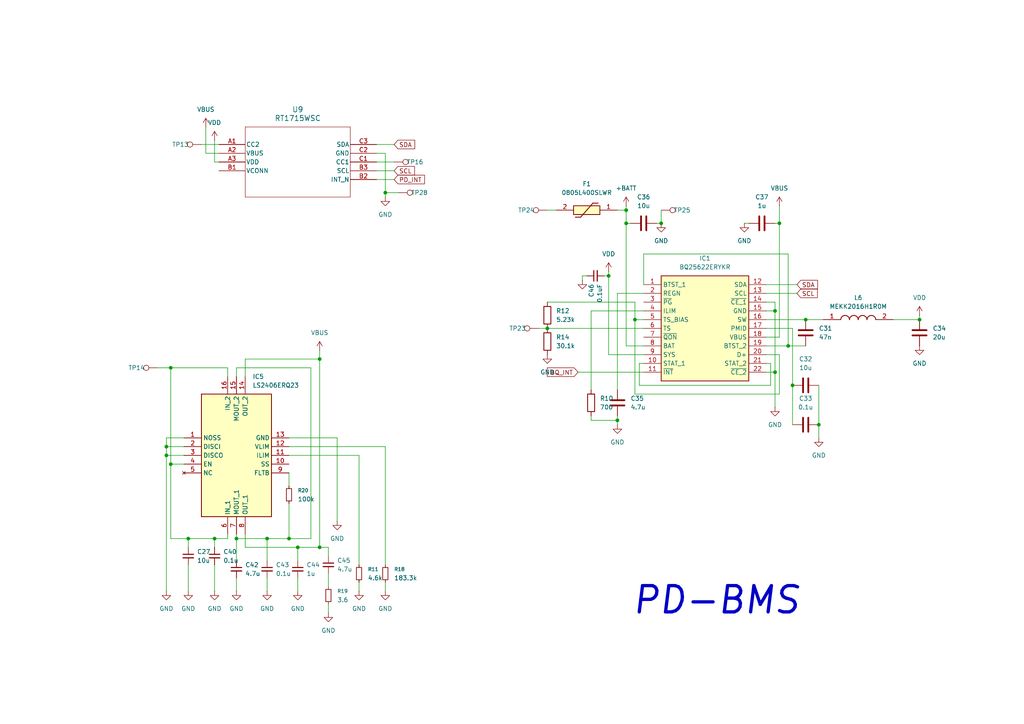
<source format=kicad_sch>
(kicad_sch (version 20250114) (generator "eeschema") (generator_version "9.0")
  (paper "A4")
  (lib_symbols
    (symbol "Connector:TestPoint" (pin_numbers (hide yes)) (pin_names (offset 0.762) (hide yes))
      (property "Reference" "TP" (at 0 6.858 0))
      (property "Value" "TestPoint" (at 0 5.08 0))
      (symbol "TestPoint_0_1"
        (circle (center 0 3.302) (radius 0.762))
      )
      (symbol "TestPoint_1_1"
        (pin passive line (at 0 0 90) (length 2.54) (name "1") (number "1"))
      )
    )
    (symbol "Device:C" (pin_numbers (hide yes)) (pin_names (offset 0.254))
      (property "Reference" "C" (at 0.635 2.54 0))
      (property "Value" "C" (at 0.635 -2.54 0))
      (symbol "C_0_1"
        (polyline (pts (xy -2.032 0.762) (xy 2.032 0.762)) (stroke (width 0.508)))
        (polyline (pts (xy -2.032 -0.762) (xy 2.032 -0.762)) (stroke (width 0.508)))
      )
      (symbol "C_1_1"
        (pin passive line (at 0 3.81 270) (length 2.794) (name "~") (number "1"))
        (pin passive line (at 0 -3.81 90) (length 2.794) (name "~") (number "2"))
      )
    )
    (symbol "Device:C_Small" (pin_numbers (hide yes)) (pin_names (offset 0.254) (hide yes))
      (property "Reference" "C" (at 0.254 1.778 0))
      (property "Value" "C_Small" (at 0.254 -2.032 0))
      (symbol "C_Small_0_1"
        (polyline (pts (xy -1.524 0.508) (xy 1.524 0.508)) (stroke (width 0.3048)))
        (polyline (pts (xy -1.524 -0.508) (xy 1.524 -0.508)) (stroke (width 0.3302)))
      )
      (symbol "C_Small_1_1"
        (pin passive line (at 0 2.54 270) (length 2.032) (name "~") (number "1"))
        (pin passive line (at 0 -2.54 90) (length 2.032) (name "~") (number "2"))
      )
    )
    (symbol "Device:R" (pin_numbers (hide yes)) (pin_names (offset 0))
      (property "Reference" "R" (at 2.032 0 90))
      (property "Value" "R" (at 0 0 90))
      (symbol "R_0_1"
        (rectangle (start -1.016 -2.54) (end 1.016 2.54) (stroke (width 0.254)))
      )
      (symbol "R_1_1"
        (pin passive line (at 0 3.81 270) (length 1.27) (name "~") (number "1"))
        (pin passive line (at 0 -3.81 90) (length 1.27) (name "~") (number "2"))
      )
    )
    (symbol "Device:R_Small" (pin_numbers (hide yes)) (pin_names (offset 0.254) (hide yes))
      (property "Reference" "R" (at 0 0 90))
      (property "Value" "R_Small" (at 1.778 0 90))
      (symbol "R_Small_0_1"
        (rectangle (start -0.762 1.778) (end 0.762 -1.778) (stroke (width 0.2032)))
      )
      (symbol "R_Small_1_1"
        (pin passive line (at 0 2.54 270) (length 0.762) (name "~") (number "1"))
        (pin passive line (at 0 -2.54 90) (length 0.762) (name "~") (number "2"))
      )
    )
    (symbol "RoseDaggerDev:RT1715WSC" (pin_names (offset 0.254))
      (property "Reference" "U" (at 22.86 10.16 0))
      (property "Value" "RT1715WSC" (at 22.86 7.62 0))
      (symbol "RT1715WSC_0_1"
        (polyline (pts (xy 7.62 5.08) (xy 7.62 -15.24)) (stroke (width 0.127)))
        (polyline (pts (xy 7.62 -15.24) (xy 38.1 -15.24)) (stroke (width 0.127)))
        (polyline (pts (xy 38.1 5.08) (xy 7.62 5.08)) (stroke (width 0.127)))
        (polyline (pts (xy 38.1 -15.24) (xy 38.1 5.08)) (stroke (width 0.127)))
        (pin bidirectional line (at 0 0 0) (length 7.62) (name "CC2") (number "A1"))
        (pin unspecified line (at 0 -2.54 0) (length 7.62) (name "VBUS") (number "A2"))
        (pin power_in line (at 0 -5.08 0) (length 7.62) (name "VDD") (number "A3"))
        (pin unspecified line (at 0 -7.62 0) (length 7.62) (name "VCONN") (number "B1"))
        (pin unspecified line (at 45.72 0 180) (length 7.62) (name "SDA") (number "C3"))
        (pin power_out line (at 45.72 -2.54 180) (length 7.62) (name "GND") (number "C2"))
        (pin bidirectional line (at 45.72 -5.08 180) (length 7.62) (name "CC1") (number "C1"))
        (pin unspecified line (at 45.72 -7.62 180) (length 7.62) (name "SCL") (number "B3"))
        (pin input line (at 45.72 -10.16 180) (length 7.62) (name "INT_N") (number "B2"))
      )
    )
    (symbol "SamacSys_Parts:0805L400SLWR" (pin_names (hide yes))
      (property "Reference" "F" (at 13.97 6.35 0))
      (property "Value" "0805L400SLWR" (at 13.97 3.81 0))
      (symbol "0805L400SLWR_1_1"
        (rectangle (start 5.08 1.27) (end 12.7 -1.27) (stroke (width 0.254)) (fill (type background)))
        (polyline (pts (xy 5.588 -2.032) (xy 7.112 -2.032)) (stroke (width 0.254)))
        (polyline (pts (xy 10.668 2.032) (xy 7.112 -2.032)) (stroke (width 0.254)))
        (polyline (pts (xy 10.668 2.032) (xy 12.192 2.032)) (stroke (width 0.254)))
        (pin passive line (at 0 0 0) (length 5.08) (name "1") (number "1"))
        (pin passive line (at 17.78 0 180) (length 5.08) (name "2") (number "2"))
      )
    )
    (symbol "SamacSys_Parts:BQ25622ERYKR"
      (property "Reference" "IC" (at 31.75 7.62 0))
      (property "Value" "BQ25622ERYKR" (at 31.75 5.08 0))
      (symbol "BQ25622ERYKR_1_1"
        (rectangle (start 5.08 2.54) (end 30.48 -27.94) (stroke (width 0.254)) (fill (type background)))
        (pin passive line (at 0 0 0) (length 5.08) (name "BTST_1") (number "1"))
        (pin passive line (at 0 -2.54 0) (length 5.08) (name "REGN") (number "2"))
        (pin passive line (at 0 -5.08 0) (length 5.08) (name "~{PG}") (number "3"))
        (pin passive line (at 0 -7.62 0) (length 5.08) (name "ILIM") (number "4"))
        (pin passive line (at 0 -10.16 0) (length 5.08) (name "TS_BIAS") (number "5"))
        (pin passive line (at 0 -12.7 0) (length 5.08) (name "TS") (number "6"))
        (pin passive line (at 0 -15.24 0) (length 5.08) (name "~{QON}") (number "7"))
        (pin passive line (at 0 -17.78 0) (length 5.08) (name "BAT") (number "8"))
        (pin passive line (at 0 -20.32 0) (length 5.08) (name "SYS") (number "9"))
        (pin passive line (at 0 -22.86 0) (length 5.08) (name "STAT_1") (number "10"))
        (pin passive line (at 0 -25.4 0) (length 5.08) (name "~{INT}") (number "11"))
        (pin passive line (at 35.56 0 180) (length 5.08) (name "SDA") (number "12"))
        (pin passive line (at 35.56 -2.54 180) (length 5.08) (name "SCL") (number "13"))
        (pin passive line (at 35.56 -5.08 180) (length 5.08) (name "~{CE_1}") (number "14"))
        (pin passive line (at 35.56 -7.62 180) (length 5.08) (name "GND") (number "15"))
        (pin passive line (at 35.56 -10.16 180) (length 5.08) (name "SW") (number "16"))
        (pin passive line (at 35.56 -12.7 180) (length 5.08) (name "PMID") (number "17"))
        (pin passive line (at 35.56 -15.24 180) (length 5.08) (name "VBUS") (number "18"))
        (pin passive line (at 35.56 -17.78 180) (length 5.08) (name "BTST_2") (number "19"))
        (pin passive line (at 35.56 -20.32 180) (length 5.08) (name "D+") (number "20"))
        (pin passive line (at 35.56 -22.86 180) (length 5.08) (name "STAT_2") (number "21"))
        (pin passive line (at 35.56 -25.4 180) (length 5.08) (name "~{CE_2}") (number "22"))
      )
    )
    (symbol "SamacSys_Parts:LS2406ERQ23"
      (property "Reference" "IC" (at 26.67 17.78 0))
      (property "Value" "LS2406ERQ23" (at 26.67 15.24 0))
      (symbol "LS2406ERQ23_1_1"
        (rectangle (start 5.08 12.7) (end 25.4 -22.86) (stroke (width 0.254)) (fill (type background)))
        (pin passive line (at 0 0 0) (length 5.08) (name "NOSS") (number "1"))
        (pin passive line (at 0 -2.54 0) (length 5.08) (name "DISCI") (number "2"))
        (pin passive line (at 0 -5.08 0) (length 5.08) (name "DISCO") (number "3"))
        (pin passive line (at 0 -7.62 0) (length 5.08) (name "EN") (number "4"))
        (pin no_connect line (at 0 -10.16 0) (length 5.08) (name "NC") (number "5"))
        (pin passive line (at 12.7 17.78 270) (length 5.08) (name "IN_2") (number "16"))
        (pin passive line (at 12.7 -27.94 90) (length 5.08) (name "IN_1") (number "6"))
        (pin passive line (at 15.24 17.78 270) (length 5.08) (name "MOUT_2") (number "15"))
        (pin passive line (at 15.24 -27.94 90) (length 5.08) (name "MOUT_1") (number "7"))
        (pin passive line (at 17.78 17.78 270) (length 5.08) (name "OUT_2") (number "14"))
        (pin passive line (at 17.78 -27.94 90) (length 5.08) (name "OUT_1") (number "8"))
        (pin passive line (at 30.48 0 180) (length 5.08) (name "GND") (number "13"))
        (pin passive line (at 30.48 -2.54 180) (length 5.08) (name "VLIM") (number "12"))
        (pin passive line (at 30.48 -5.08 180) (length 5.08) (name "ILIM") (number "11"))
        (pin passive line (at 30.48 -7.62 180) (length 5.08) (name "SS") (number "10"))
        (pin passive line (at 30.48 -10.16 180) (length 5.08) (name "FLTB") (number "9"))
      )
    )
    (symbol "SamacSys_Parts:MEKK2016H1R0M" (pin_names (hide yes))
      (property "Reference" "L" (at 16.51 6.35 0))
      (property "Value" "MEKK2016H1R0M" (at 16.51 3.81 0))
      (symbol "MEKK2016H1R0M_1_1"
        (arc (start 5.08 0) (mid 6.35 1.219) (end 7.62 0) (stroke (width 0.254)))
        (arc (start 7.62 0) (mid 8.89 1.219) (end 10.16 0) (stroke (width 0.254)))
        (arc (start 10.16 0) (mid 11.43 1.219) (end 12.7 0) (stroke (width 0.254)))
        (arc (start 12.7 0) (mid 13.97 1.219) (end 15.24 0) (stroke (width 0.254)))
        (pin passive line (at 0 0 0) (length 5.08) (name "1") (number "1"))
        (pin passive line (at 20.32 0 180) (length 5.08) (name "2") (number "2"))
      )
    )
    (symbol "power:+BATT" (power) (pin_numbers (hide yes)) (pin_names (offset 0) (hide yes))
      (property "Value" "+BATT" (at 0 3.556 0))
      (symbol "+BATT_0_1"
        (polyline (pts (xy -0.762 1.27) (xy 0 2.54)))
        (polyline (pts (xy 0 2.54) (xy 0.762 1.27)))
        (polyline (pts (xy 0 0) (xy 0 2.54)))
      )
      (symbol "+BATT_1_1"
        (pin power_in line (at 0 0 90) (length 0) (name "~") (number "1"))
      )
    )
    (symbol "power:GND" (power) (pin_numbers (hide yes)) (pin_names (offset 0) (hide yes))
      (property "Value" "GND" (at 0 -3.81 0))
      (symbol "GND_0_1"
        (polyline (pts (xy 0 0) (xy 0 -1.27) (xy 1.27 -1.27) (xy 0 -2.54) (xy -1.27 -1.27) (xy 0 -1.27)))
      )
      (symbol "GND_1_1"
        (pin power_in line (at 0 0 270) (length 0) (name "~") (number "1"))
      )
    )
    (symbol "power:VBUS" (power) (pin_numbers (hide yes)) (pin_names (offset 0) (hide yes))
      (property "Value" "VBUS" (at 0 3.556 0))
      (symbol "VBUS_0_1"
        (polyline (pts (xy -0.762 1.27) (xy 0 2.54)))
        (polyline (pts (xy 0 2.54) (xy 0.762 1.27)))
        (polyline (pts (xy 0 0) (xy 0 2.54)))
      )
      (symbol "VBUS_1_1"
        (pin power_in line (at 0 0 90) (length 0) (name "~") (number "1"))
      )
    )
    (symbol "power:VDD" (power) (pin_numbers (hide yes)) (pin_names (offset 0) (hide yes))
      (property "Value" "VDD" (at 0 3.556 0))
      (symbol "VDD_0_1"
        (polyline (pts (xy -0.762 1.27) (xy 0 2.54)))
        (polyline (pts (xy 0 2.54) (xy 0.762 1.27)))
        (polyline (pts (xy 0 0) (xy 0 2.54)))
      )
      (symbol "VDD_1_1"
        (pin power_in line (at 0 0 90) (length 0) (name "~") (number "1"))
      )
    )
  )
  (text "PD-BMS" (at 207.772 174.244 0) (effects (font (size 7.62 7.62) (thickness 0.9525) (italic yes))))
  (junction (at 49.53 134.62))
  (junction (at 179.07 121.92))
  (junction (at 233.68 92.71))
  (junction (at 49.53 106.68))
  (junction (at 224.79 90.17))
  (junction (at 62.23 156.21))
  (junction (at 54.61 156.21))
  (junction (at 92.71 158.75))
  (junction (at 86.36 158.75))
  (junction (at 48.26 129.54))
  (junction (at 158.75 95.25))
  (junction (at 191.77 64.77))
  (junction (at 181.61 60.96))
  (junction (at 83.82 156.21))
  (junction (at 48.26 132.08))
  (junction (at 266.7 92.71))
  (junction (at 184.15 92.71))
  (junction (at 111.76 55.88))
  (junction (at 68.58 156.21))
  (junction (at 77.47 156.21))
  (junction (at 226.06 64.77))
  (junction (at 228.6 100.33))
  (junction (at 176.53 80.01))
  (junction (at 92.71 104.14))
  (junction (at 237.49 123.19))
  (junction (at 224.79 107.95))
  (junction (at 229.87 111.76))
  (junction (at 181.61 64.77))
  (wire (pts (xy 83.82 129.54) (xy 111.76 129.54)))
  (wire (pts (xy 222.25 92.71) (xy 233.68 92.71)))
  (wire (pts (xy 226.06 59.69) (xy 226.06 64.77)))
  (wire (pts (xy 66.04 106.68) (xy 66.04 109.22)))
  (wire (pts (xy 156.21 95.25) (xy 158.75 95.25)))
  (wire (pts (xy 179.07 120.65) (xy 179.07 121.92)))
  (wire (pts (xy 83.82 137.16) (xy 83.82 140.97)))
  (wire (pts (xy 71.12 104.14) (xy 71.12 109.22)))
  (wire (pts (xy 104.14 132.08) (xy 104.14 163.83)))
  (wire (pts (xy 92.71 158.75) (xy 95.25 158.75)))
  (wire (pts (xy 109.22 44.45) (xy 111.76 44.45)))
  (wire (pts (xy 54.61 156.21) (xy 49.53 156.21)))
  (wire (pts (xy 48.26 127) (xy 48.26 129.54)))
  (wire (pts (xy 49.53 106.68) (xy 66.04 106.68)))
  (wire (pts (xy 68.58 156.21) (xy 68.58 162.56)))
  (wire (pts (xy 54.61 163.83) (xy 54.61 171.45)))
  (wire (pts (xy 109.22 46.99) (xy 114.3 46.99)))
  (wire (pts (xy 83.82 127) (xy 97.79 127)))
  (wire (pts (xy 77.47 167.64) (xy 77.47 171.45)))
  (wire (pts (xy 186.69 82.55) (xy 186.69 73.66)))
  (wire (pts (xy 111.76 168.91) (xy 111.76 171.45)))
  (wire (pts (xy 224.79 118.11) (xy 224.79 107.95)))
  (wire (pts (xy 95.25 166.37) (xy 95.25 170.18)))
  (wire (pts (xy 176.53 78.74) (xy 176.53 80.01)))
  (wire (pts (xy 86.36 158.75) (xy 92.71 158.75)))
  (wire (pts (xy 175.26 80.01) (xy 176.53 80.01)))
  (wire (pts (xy 226.06 102.87) (xy 226.06 114.3)))
  (wire (pts (xy 224.79 90.17) (xy 222.25 90.17)))
  (wire (pts (xy 181.61 59.69) (xy 181.61 60.96)))
  (wire (pts (xy 111.76 44.45) (xy 111.76 55.88)))
  (wire (pts (xy 49.53 106.68) (xy 49.53 134.62)))
  (wire (pts (xy 62.23 46.99) (xy 63.5 46.99)))
  (wire (pts (xy 222.25 107.95) (xy 224.79 107.95)))
  (wire (pts (xy 158.75 95.25) (xy 186.69 95.25)))
  (wire (pts (xy 186.69 73.66) (xy 228.6 73.66)))
  (wire (pts (xy 90.17 106.68) (xy 68.58 106.68)))
  (wire (pts (xy 68.58 156.21) (xy 77.47 156.21)))
  (wire (pts (xy 104.14 168.91) (xy 104.14 171.45)))
  (wire (pts (xy 86.36 162.56) (xy 86.36 158.75)))
  (wire (pts (xy 68.58 106.68) (xy 68.58 109.22)))
  (wire (pts (xy 237.49 123.19) (xy 237.49 127)))
  (wire (pts (xy 48.26 132.08) (xy 48.26 171.45)))
  (wire (pts (xy 62.23 163.83) (xy 62.23 171.45)))
  (wire (pts (xy 226.06 64.77) (xy 226.06 97.79)))
  (wire (pts (xy 222.25 87.63) (xy 224.79 87.63)))
  (wire (pts (xy 222.25 102.87) (xy 226.06 102.87)))
  (wire (pts (xy 68.58 167.64) (xy 68.58 171.45)))
  (wire (pts (xy 184.15 92.71) (xy 186.69 92.71)))
  (wire (pts (xy 95.25 175.26) (xy 95.25 177.8)))
  (wire (pts (xy 226.06 97.79) (xy 222.25 97.79)))
  (wire (pts (xy 237.49 111.76) (xy 237.49 123.19)))
  (wire (pts (xy 71.12 158.75) (xy 86.36 158.75)))
  (wire (pts (xy 181.61 60.96) (xy 181.61 64.77)))
  (wire (pts (xy 66.04 154.94) (xy 66.04 156.21)))
  (wire (pts (xy 59.69 36.83) (xy 59.69 44.45)))
  (wire (pts (xy 266.7 92.71) (xy 266.7 91.44)))
  (wire (pts (xy 111.76 129.54) (xy 111.76 163.83)))
  (wire (pts (xy 179.07 60.96) (xy 181.61 60.96)))
  (wire (pts (xy 111.76 55.88) (xy 111.76 57.15)))
  (wire (pts (xy 49.53 134.62) (xy 49.53 156.21)))
  (wire (pts (xy 185.42 105.41) (xy 185.42 111.76)))
  (wire (pts (xy 92.71 101.6) (xy 92.71 104.14)))
  (wire (pts (xy 90.17 156.21) (xy 90.17 106.68)))
  (wire (pts (xy 49.53 134.62) (xy 53.34 134.62)))
  (wire (pts (xy 226.06 114.3) (xy 184.15 114.3)))
  (wire (pts (xy 186.69 102.87) (xy 176.53 102.87)))
  (wire (pts (xy 168.91 81.28) (xy 168.91 80.01)))
  (wire (pts (xy 97.79 127) (xy 97.79 151.13)))
  (wire (pts (xy 171.45 90.17) (xy 171.45 113.03)))
  (wire (pts (xy 86.36 167.64) (xy 86.36 171.45)))
  (wire (pts (xy 62.23 40.64) (xy 62.23 46.99)))
  (wire (pts (xy 229.87 95.25) (xy 229.87 111.76)))
  (wire (pts (xy 224.79 107.95) (xy 224.79 90.17)))
  (wire (pts (xy 215.9 64.77) (xy 217.17 64.77)))
  (wire (pts (xy 171.45 121.92) (xy 179.07 121.92)))
  (wire (pts (xy 184.15 87.63) (xy 184.15 92.71)))
  (wire (pts (xy 228.6 100.33) (xy 233.68 100.33)))
  (wire (pts (xy 185.42 111.76) (xy 223.52 111.76)))
  (wire (pts (xy 83.82 156.21) (xy 90.17 156.21)))
  (wire (pts (xy 181.61 64.77) (xy 181.61 100.33)))
  (wire (pts (xy 54.61 158.75) (xy 54.61 156.21)))
  (wire (pts (xy 58.42 41.91) (xy 63.5 41.91)))
  (wire (pts (xy 83.82 146.05) (xy 83.82 156.21)))
  (wire (pts (xy 109.22 52.07) (xy 114.3 52.07)))
  (wire (pts (xy 223.52 105.41) (xy 222.25 105.41)))
  (wire (pts (xy 71.12 154.94) (xy 71.12 158.75)))
  (wire (pts (xy 158.75 60.96) (xy 161.29 60.96)))
  (wire (pts (xy 92.71 158.75) (xy 92.71 104.14)))
  (wire (pts (xy 53.34 127) (xy 48.26 127)))
  (wire (pts (xy 62.23 156.21) (xy 62.23 158.75)))
  (wire (pts (xy 68.58 154.94) (xy 68.58 156.21)))
  (wire (pts (xy 191.77 60.96) (xy 191.77 64.77)))
  (wire (pts (xy 168.91 80.01) (xy 170.18 80.01)))
  (wire (pts (xy 77.47 156.21) (xy 77.47 162.56)))
  (wire (pts (xy 92.71 104.14) (xy 71.12 104.14)))
  (wire (pts (xy 223.52 111.76) (xy 223.52 105.41)))
  (wire (pts (xy 54.61 156.21) (xy 62.23 156.21)))
  (wire (pts (xy 182.88 64.77) (xy 181.61 64.77)))
  (wire (pts (xy 191.77 64.77) (xy 190.5 64.77)))
  (wire (pts (xy 48.26 132.08) (xy 53.34 132.08)))
  (wire (pts (xy 59.69 44.45) (xy 63.5 44.45)))
  (wire (pts (xy 95.25 161.29) (xy 95.25 158.75)))
  (wire (pts (xy 179.07 85.09) (xy 179.07 113.03)))
  (wire (pts (xy 222.25 82.55) (xy 231.14 82.55)))
  (wire (pts (xy 176.53 80.01) (xy 176.53 102.87)))
  (wire (pts (xy 45.72 106.68) (xy 49.53 106.68)))
  (wire (pts (xy 48.26 129.54) (xy 53.34 129.54)))
  (wire (pts (xy 229.87 111.76) (xy 229.87 123.19)))
  (wire (pts (xy 186.69 100.33) (xy 181.61 100.33)))
  (wire (pts (xy 228.6 73.66) (xy 228.6 100.33)))
  (wire (pts (xy 109.22 41.91) (xy 114.3 41.91)))
  (wire (pts (xy 111.76 55.88) (xy 115.57 55.88)))
  (wire (pts (xy 186.69 85.09) (xy 179.07 85.09)))
  (wire (pts (xy 222.25 100.33) (xy 228.6 100.33)))
  (wire (pts (xy 224.79 64.77) (xy 226.06 64.77)))
  (wire (pts (xy 233.68 92.71) (xy 238.76 92.71)))
  (wire (pts (xy 66.04 156.21) (xy 62.23 156.21)))
  (wire (pts (xy 83.82 132.08) (xy 104.14 132.08)))
  (wire (pts (xy 179.07 121.92) (xy 179.07 123.19)))
  (wire (pts (xy 222.25 95.25) (xy 229.87 95.25)))
  (wire (pts (xy 222.25 85.09) (xy 231.14 85.09)))
  (wire (pts (xy 171.45 120.65) (xy 171.45 121.92)))
  (wire (pts (xy 259.08 92.71) (xy 266.7 92.71)))
  (wire (pts (xy 48.26 129.54) (xy 48.26 132.08)))
  (wire (pts (xy 184.15 92.71) (xy 184.15 114.3)))
  (wire (pts (xy 186.69 105.41) (xy 185.42 105.41)))
  (wire (pts (xy 109.22 49.53) (xy 114.3 49.53)))
  (wire (pts (xy 224.79 87.63) (xy 224.79 90.17)))
  (wire (pts (xy 186.69 90.17) (xy 171.45 90.17)))
  (wire (pts (xy 167.64 107.95) (xy 186.69 107.95)))
  (wire (pts (xy 158.75 87.63) (xy 184.15 87.63)))
  (wire (pts (xy 77.47 156.21) (xy 83.82 156.21)))
  (global_label "BQ_INT" (shape input) (at 167.64 107.95 180) (property "Intersheetrefs" "${INTERSHEET_REFS}" (effects (hide yes))))
  (global_label "SDA" (shape input) (at 114.3 41.91 0) (property "Intersheetrefs" "${INTERSHEET_REFS}" (effects (hide yes))))
  (global_label "SCL" (shape input) (at 231.14 85.09 0) (property "Intersheetrefs" "${INTERSHEET_REFS}" (effects (hide yes))))
  (global_label "SCL" (shape input) (at 114.3 49.53 0) (property "Intersheetrefs" "${INTERSHEET_REFS}" (effects (hide yes))))
  (global_label "PD_INT" (shape input) (at 114.3 52.07 0) (property "Intersheetrefs" "${INTERSHEET_REFS}" (effects (hide yes))))
  (global_label "SDA" (shape input) (at 231.14 82.55 0) (property "Intersheetrefs" "${INTERSHEET_REFS}" (effects (hide yes))))
  (symbol (lib_id "Connector:TestPoint") (at 45.72 106.68 90) (unit 1)
    (property "Reference" "TP14" (at 39.624 106.68 90))
    (property "Value" "VBUS" (effects (hide yes)))
    (property "Footprint" "project-footprints:TestPoint_Pad_3x1.0mm" (effects (hide yes)))
  )
  (symbol (lib_id "Device:R") (at 158.75 99.06 0) (unit 1)
    (property "Reference" "R14" (at 161.29 97.7899 0) (effects (justify left)))
    (property "Value" "30.1k" (at 161.29 100.3299 0) (effects (justify left)))
    (property "Footprint" "Resistor_SMD:R_0402_1005Metric" (effects (hide yes)))
    (property "Description" "Resistor" (effects (hide yes)))
  )
  (symbol (lib_id "Device:C") (at 233.68 96.52 0) (unit 1)
    (property "Reference" "C31" (at 237.49 95.2499 0) (effects (justify left)))
    (property "Value" "47n" (at 237.49 97.7899 0) (effects (justify left)))
    (property "Footprint" "Capacitor_SMD:C_0402_1005Metric" (effects (hide yes)))
    (property "Description" "Unpolarized capacitor" (effects (hide yes)))
  )
  (symbol (lib_id "Device:C") (at 233.68 123.19 90) (unit 1)
    (property "Reference" "C33" (at 233.68 115.57 90))
    (property "Value" "0.1u" (at 233.68 118.11 90))
    (property "Footprint" "Capacitor_SMD:C_0402_1005Metric" (effects (hide yes)))
    (property "Description" "Unpolarized capacitor" (effects (hide yes)))
  )
  (symbol (lib_id "Connector:TestPoint") (at 58.42 41.91 90) (unit 1)
    (property "Reference" "TP13" (at 52.324 41.91 90))
    (property "Value" "CC2" (effects (hide yes)))
    (property "Footprint" "TestPoint:TestPoint_Pad_D1.0mm" (effects (hide yes)))
  )
  (symbol (lib_id "SamacSys_Parts:LS2406ERQ23") (at 53.34 127 0) (unit 1)
    (property "Reference" "IC5" (at 73.2633 109.22 0) (effects (justify left)))
    (property "Value" "LS2406ERQ23" (at 73.2633 111.76 0) (effects (justify left)))
    (property "Footprint" "SamacSys_Parts:LS2406ERQ23" (effects (hide yes)))
    (property "Datasheet" "https://www.littelfuse.com/media?resourcetype=datasheets&itemid=9243fffc-f882-4c2c-9691-22b03ef6767c&filename=littelfuse-over-voltage-protection--ls2406erq23-datasheet" (effects (hide yes)))
    (property "Description" "Power Switch ICs - Power Distribution 28V/6A efuse with True RCB & FRS" (effects (hide yes)))
    (property "Height" "0.85" (effects (hide yes)))
    (property "Mouser Part Number" "576-LS2406ERQ23" (effects (hide yes)))
    (property "Mouser Price/Stock" "https://www.mouser.co.uk/ProductDetail/Littelfuse/LS2406ERQ23?qs=4ASt3YYao0UtfViT2DwMgw%3D%3D" (effects (hide yes)))
    (property "Manufacturer_Name" "LITTELFUSE" (effects (hide yes)))
    (property "Manufacturer_Part_Number" "LS2406ERQ23" (effects (hide yes)))
  )
  (symbol (lib_id "Device:C_Small") (at 77.47 165.1 0) (unit 1)
    (property "Reference" "C43" (at 80.01 163.8362 0) (effects (justify left)))
    (property "Value" "0.1u" (at 80.01 166.3762 0) (effects (justify left)))
    (property "Footprint" "Capacitor_SMD:C_0402_1005Metric" (effects (hide yes)))
    (property "Description" "Unpolarized capacitor, small symbol" (effects (hide yes)))
  )
  (symbol (lib_id "Device:C") (at 266.7 96.52 0) (unit 1)
    (property "Reference" "C34" (at 270.51 95.2499 0) (effects (justify left)))
    (property "Value" "20u" (at 270.51 97.7899 0) (effects (justify left)))
    (property "Footprint" "Capacitor_SMD:C_0402_1005Metric" (effects (hide yes)))
    (property "Description" "Unpolarized capacitor" (effects (hide yes)))
  )
  (symbol (lib_id "Device:R_Small") (at 111.76 166.37 0) (unit 1)
    (property "Reference" "R18" (at 114.3 165.0999 0) (effects (font (size 1.016 1.016)) (justify left)))
    (property "Value" "183.3k" (at 114.3 167.6399 0) (effects (justify left)))
    (property "Footprint" "Resistor_SMD:R_0402_1005Metric" (effects (hide yes)))
    (property "Description" "Resistor, small symbol" (effects (hide yes)))
  )
  (symbol (lib_id "RoseDaggerDev:RT1715WSC") (at 63.5 41.91 0) (unit 1)
    (property "Reference" "U9" (at 86.36 31.75 0) (effects (font (size 1.524 1.524))))
    (property "Value" "RT1715WSC" (at 86.36 34.29 0) (effects (font (size 1.524 1.524))))
    (property "Footprint" "RoseDaggerDev:BGA3X3_RT1715WSC_RIT" (effects (hide yes)))
    (property "Datasheet" "RT1715WSC" (effects (hide yes)))
  )
  (symbol (lib_id "Device:R_Small") (at 83.82 143.51 0) (unit 1)
    (property "Reference" "R20" (at 86.36 142.2399 0) (effects (font (size 1.016 1.016)) (justify left)))
    (property "Value" "100k" (at 86.36 144.7799 0) (effects (justify left)))
    (property "Footprint" "Resistor_SMD:R_0402_1005Metric" (effects (hide yes)))
    (property "Description" "Resistor, small symbol" (effects (hide yes)))
  )
  (symbol (lib_id "power:VDD") (at 62.23 40.64 0) (unit 1)
    (property "Reference" "#PWR048" (effects (hide yes)))
    (property "Value" "VDD" (at 62.23 35.56 0))
    (property "Description" "Power symbol creates a global label with name \"VDD\"" (effects (hide yes)))
  )
  (symbol (lib_id "Connector:TestPoint") (at 191.77 60.96 270) (unit 1)
    (property "Reference" "TP25" (at 197.866 60.96 90))
    (property "Value" "BAT-" (effects (hide yes)))
    (property "Footprint" "project-footprints:TestPoint_Pad_3x1.0mm" (effects (hide yes)))
  )
  (symbol (lib_id "power:GND") (at 224.79 118.11 0) (unit 1)
    (property "Reference" "#PWR061" (effects (hide yes)))
    (property "Value" "GND" (at 224.79 123.19 0))
    (property "Description" "Power symbol creates a global label with name \"GND\" , ground" (effects (hide yes)))
  )
  (symbol (lib_id "power:GND") (at 95.25 177.8 0) (unit 1)
    (property "Reference" "#PWR073" (effects (hide yes)))
    (property "Value" "GND" (at 95.25 182.88 0))
    (property "Description" "Power symbol creates a global label with name \"GND\" , ground" (effects (hide yes)))
  )
  (symbol (lib_id "power:GND") (at 266.7 100.33 0) (unit 1)
    (property "Reference" "#PWR058" (effects (hide yes)))
    (property "Value" "GND" (at 266.7 105.41 0))
    (property "Description" "Power symbol creates a global label with name \"GND\" , ground" (effects (hide yes)))
  )
  (symbol (lib_id "Device:R_Small") (at 95.25 172.72 0) (unit 1)
    (property "Reference" "R19" (at 97.79 171.4499 0) (effects (font (size 1.016 1.016)) (justify left)))
    (property "Value" "3.6" (at 97.79 173.9899 0) (effects (justify left)))
    (property "Footprint" "Resistor_SMD:R_0402_1005Metric" (effects (hide yes)))
    (property "Description" "Resistor, small symbol" (effects (hide yes)))
  )
  (symbol (lib_id "power:GND") (at 179.07 123.19 0) (unit 1)
    (property "Reference" "#PWR062" (effects (hide yes)))
    (property "Value" "GND" (at 179.07 128.27 0))
    (property "Description" "Power symbol creates a global label with name \"GND\" , ground" (effects (hide yes)))
  )
  (symbol (lib_id "Device:C_Small") (at 172.72 80.01 90) (mirror x) (unit 1)
    (property "Reference" "C46" (at 171.5141 82.3341 0) (effects (justify left)))
    (property "Value" "0.1uF" (at 173.9384 82.3341 0) (effects (justify left)))
    (property "Footprint" "Capacitor_SMD:C_0402_1005Metric" (effects (hide yes)))
    (property "Description" "Unpolarized capacitor, small symbol" (effects (hide yes)))
  )
  (symbol (lib_id "power:+BATT") (at 181.61 59.69 0) (unit 1)
    (property "Reference" "#PWR051" (effects (hide yes)))
    (property "Value" "+BATT" (at 181.61 54.61 0))
    (property "Description" "Power symbol creates a global label with name \"+BATT\"" (effects (hide yes)))
  )
  (symbol (lib_id "power:GND") (at 191.77 64.77 0) (unit 1)
    (property "Reference" "#PWR053" (effects (hide yes)))
    (property "Value" "GND" (at 191.77 69.85 0))
    (property "Description" "Power symbol creates a global label with name \"GND\" , ground" (effects (hide yes)))
  )
  (symbol (lib_id "power:GND") (at 111.76 57.15 0) (unit 1)
    (property "Reference" "#PWR049" (effects (hide yes)))
    (property "Value" "GND" (at 111.76 62.23 0))
    (property "Description" "Power symbol creates a global label with name \"GND\" , ground" (effects (hide yes)))
  )
  (symbol (lib_id "power:GND") (at 48.26 171.45 0) (unit 1)
    (property "Reference" "#PWR065" (effects (hide yes)))
    (property "Value" "GND" (at 48.26 176.53 0))
    (property "Description" "Power symbol creates a global label with name \"GND\" , ground" (effects (hide yes)))
  )
  (symbol (lib_id "power:VDD") (at 266.7 91.44 0) (unit 1)
    (property "Reference" "#PWR057" (effects (hide yes)))
    (property "Value" "VDD" (at 266.7 86.36 0))
    (property "Description" "Power symbol creates a global label with name \"VDD\"" (effects (hide yes)))
  )
  (symbol (lib_id "power:GND") (at 86.36 171.45 0) (unit 1)
    (property "Reference" "#PWR070" (effects (hide yes)))
    (property "Value" "GND" (at 86.36 176.53 0))
    (property "Description" "Power symbol creates a global label with name \"GND\" , ground" (effects (hide yes)))
  )
  (symbol (lib_id "power:GND") (at 54.61 171.45 0) (unit 1)
    (property "Reference" "#PWR066" (effects (hide yes)))
    (property "Value" "GND" (at 54.61 176.53 0))
    (property "Description" "Power symbol creates a global label with name \"GND\" , ground" (effects (hide yes)))
  )
  (symbol (lib_id "Device:R_Small") (at 104.14 166.37 0) (unit 1)
    (property "Reference" "R11" (at 106.68 165.0999 0) (effects (font (size 1.016 1.016)) (justify left)))
    (property "Value" "4.6k" (at 106.68 167.6399 0) (effects (justify left)))
    (property "Footprint" "Resistor_SMD:R_0402_1005Metric" (effects (hide yes)))
    (property "Description" "Resistor, small symbol" (effects (hide yes)))
  )
  (symbol (lib_id "power:GND") (at 168.91 81.28 0) (unit 1)
    (property "Reference" "#PWR056" (effects (hide yes)))
    (property "Value" "GND" (effects (hide yes)))
  )
  (symbol (lib_id "Device:C_Small") (at 62.23 161.29 0) (unit 1)
    (property "Reference" "C40" (at 64.77 160.0262 0) (effects (justify left)))
    (property "Value" "0.1u" (at 64.77 162.5662 0) (effects (justify left)))
    (property "Footprint" "Capacitor_SMD:C_0402_1005Metric" (effects (hide yes)))
    (property "Description" "Unpolarized capacitor, small symbol" (effects (hide yes)))
  )
  (symbol (lib_id "Device:C_Small") (at 86.36 165.1 0) (unit 1)
    (property "Reference" "C44" (at 88.9 163.8362 0) (effects (justify left)))
    (property "Value" "1u" (at 88.9 166.3762 0) (effects (justify left)))
    (property "Footprint" "Capacitor_SMD:C_0402_1005Metric" (effects (hide yes)))
    (property "Description" "Unpolarized capacitor, small symbol" (effects (hide yes)))
  )
  (symbol (lib_id "Device:C_Small") (at 68.58 165.1 0) (unit 1)
    (property "Reference" "C42" (at 71.12 163.8362 0) (effects (justify left)))
    (property "Value" "4.7u" (at 71.12 166.3762 0) (effects (justify left)))
    (property "Footprint" "Capacitor_SMD:C_0603_1608Metric" (effects (hide yes)))
    (property "Description" "Unpolarized capacitor, small symbol" (effects (hide yes)))
  )
  (symbol (lib_id "Device:R") (at 158.75 91.44 0) (unit 1)
    (property "Reference" "R12" (at 161.29 90.1699 0) (effects (justify left)))
    (property "Value" "5.23k" (at 161.29 92.7099 0) (effects (justify left)))
    (property "Footprint" "Resistor_SMD:R_0402_1005Metric" (effects (hide yes)))
    (property "Description" "Resistor" (effects (hide yes)))
  )
  (symbol (lib_id "Device:C") (at 179.07 116.84 0) (unit 1)
    (property "Reference" "C35" (at 182.88 115.5699 0) (effects (justify left)))
    (property "Value" "4.7u" (at 182.88 118.1099 0) (effects (justify left)))
    (property "Footprint" "Capacitor_SMD:C_0402_1005Metric" (effects (hide yes)))
    (property "Description" "Unpolarized capacitor" (effects (hide yes)))
  )
  (symbol (lib_id "Device:C") (at 220.98 64.77 90) (unit 1)
    (property "Reference" "C37" (at 220.98 57.15 90))
    (property "Value" "1u" (at 220.98 59.69 90))
    (property "Footprint" "Capacitor_SMD:C_0402_1005Metric" (effects (hide yes)))
    (property "Description" "Unpolarized capacitor" (effects (hide yes)))
  )
  (symbol (lib_id "power:GND") (at 111.76 171.45 0) (unit 1)
    (property "Reference" "#PWR072" (effects (hide yes)))
    (property "Value" "GND" (at 111.76 176.53 0))
    (property "Description" "Power symbol creates a global label with name \"GND\" , ground" (effects (hide yes)))
  )
  (symbol (lib_id "power:GND") (at 104.14 171.45 0) (unit 1)
    (property "Reference" "#PWR071" (effects (hide yes)))
    (property "Value" "GND" (at 104.14 176.53 0))
    (property "Description" "Power symbol creates a global label with name \"GND\" , ground" (effects (hide yes)))
  )
  (symbol (lib_id "power:GND") (at 97.79 151.13 0) (unit 1)
    (property "Reference" "#PWR064" (effects (hide yes)))
    (property "Value" "GND" (at 97.79 156.21 0))
    (property "Description" "Power symbol creates a global label with name \"GND\" , ground" (effects (hide yes)))
  )
  (symbol (lib_id "power:GND") (at 237.49 127 0) (unit 1)
    (property "Reference" "#PWR063" (effects (hide yes)))
    (property "Value" "GND" (at 237.49 132.08 0))
    (property "Description" "Power symbol creates a global label with name \"GND\" , ground" (effects (hide yes)))
  )
  (symbol (lib_id "power:GND") (at 77.47 171.45 0) (unit 1)
    (property "Reference" "#PWR069" (effects (hide yes)))
    (property "Value" "GND" (at 77.47 176.53 0))
    (property "Description" "Power symbol creates a global label with name \"GND\" , ground" (effects (hide yes)))
  )
  (symbol (lib_id "power:GND") (at 68.58 171.45 0) (unit 1)
    (property "Reference" "#PWR068" (effects (hide yes)))
    (property "Value" "GND" (at 68.58 176.53 0))
    (property "Description" "Power symbol creates a global label with name \"GND\" , ground" (effects (hide yes)))
  )
  (symbol (lib_id "power:VBUS") (at 59.69 36.83 0) (unit 1)
    (property "Reference" "#PWR047" (effects (hide yes)))
    (property "Value" "VBUS" (at 59.69 31.75 0))
    (property "Description" "Power symbol creates a global label with name \"VBUS\"" (effects (hide yes)))
  )
  (symbol (lib_id "Device:R") (at 171.45 116.84 0) (unit 1)
    (property "Reference" "R10" (at 173.99 115.5699 0) (effects (justify left)))
    (property "Value" "700" (at 173.99 118.1099 0) (effects (justify left)))
    (property "Footprint" "Resistor_SMD:R_0402_1005Metric" (effects (hide yes)))
    (property "Description" "Resistor" (effects (hide yes)))
  )
  (symbol (lib_id "SamacSys_Parts:BQ25622ERYKR") (at 186.69 82.55 0) (unit 1)
    (property "Reference" "IC1" (at 204.47 74.93 0))
    (property "Value" "BQ25622ERYKR" (at 204.47 77.47 0))
    (property "Footprint" "SamacSys_Parts:BQ25622ERYKR" (effects (hide yes)))
    (property "Datasheet" "https://www.ti.com/lit/ds/symlink/bq25622e.pdf?HQS=dis-mous-null-mousermode-dsf-pf-null-wwe" (effects (hide yes)))
    (property "Description" "Battery Management IC controlled one-cell 3-A buck battery charger with up to 18-V input, current limit, and ADC" (effects (hide yes)))
    (property "Height" "0.8" (effects (hide yes)))
    (property "Mouser Part Number" "595-BQ25622ERYKR" (effects (hide yes)))
    (property "Mouser Price/Stock" "https://www.mouser.co.uk/ProductDetail/Texas-Instruments/BQ25622ERYKR?qs=1Kr7Jg1SGW%2FNPi02DrLnNQ%3D%3D" (effects (hide yes)))
    (property "Manufacturer_Name" "Texas Instruments" (effects (hide yes)))
    (property "Manufacturer_Part_Number" "BQ25622ERYKR" (effects (hide yes)))
  )
  (symbol (lib_id "Device:C") (at 233.68 111.76 90) (unit 1)
    (property "Reference" "C32" (at 233.68 104.14 90))
    (property "Value" "10u" (at 233.68 106.68 90))
    (property "Footprint" "Capacitor_SMD:C_0402_1005Metric" (effects (hide yes)))
    (property "Description" "Unpolarized capacitor" (effects (hide yes)))
  )
  (symbol (lib_id "Device:C_Small") (at 95.25 163.83 0) (unit 1)
    (property "Reference" "C45" (at 97.79 162.5662 0) (effects (justify left)))
    (property "Value" "4.7u" (at 97.79 165.1062 0) (effects (justify left)))
    (property "Footprint" "Capacitor_SMD:C_0603_1608Metric" (effects (hide yes)))
    (property "Description" "Unpolarized capacitor, small symbol" (effects (hide yes)))
  )
  (symbol (lib_id "Connector:TestPoint") (at 156.21 95.25 90) (unit 1)
    (property "Reference" "TP23" (at 150.114 95.25 90))
    (property "Value" "BAT_TMP" (effects (hide yes)))
    (property "Footprint" "TestPoint:TestPoint_Pad_D1.0mm" (effects (hide yes)))
  )
  (symbol (lib_id "power:GND") (at 158.75 102.87 0) (unit 1)
    (property "Reference" "#PWR060" (effects (hide yes)))
    (property "Value" "GND" (at 158.75 107.95 0))
    (property "Description" "Power symbol creates a global label with name \"GND\" , ground" (effects (hide yes)))
  )
  (symbol (lib_id "SamacSys_Parts:MEKK2016H1R0M") (at 238.76 92.71 0) (unit 1)
    (property "Reference" "L6" (at 248.92 86.36 0))
    (property "Value" "MEKK2016H1R0M" (at 248.92 88.9 0))
    (property "Footprint" "SamacSys_Parts:INDPM2016X100N" (effects (hide yes)))
    (property "Datasheet" "https://ms.componentsearchengine.com/Datasheets/2/MEKK2016H1R0M.pdf" (effects (hide yes)))
    (property "Description" "TAIYO YUDEN - MEKK2016H1R0M - INDUCTOR,METAL WIRE-WOUND 10AH7849" (effects (hide yes)))
    (property "Height" "1" (effects (hide yes)))
    (property "Mouser Part Number" "963-MEKK2016H1R0M" (effects (hide yes)))
    (property "Mouser Price/Stock" "https://www.mouser.co.uk/ProductDetail/Taiyo-Yuden/MEKK2016H1R0M?qs=EBDBlbfErPxIEht64hlXPA%3D%3D" (effects (hide yes)))
    (property "Manufacturer_Name" "TAIYO YUDEN" (effects (hide yes)))
    (property "Manufacturer_Part_Number" "MEKK2016H1R0M" (effects (hide yes)))
  )
  (symbol (lib_id "power:VDD") (at 176.53 78.74 0) (unit 1)
    (property "Reference" "#PWR055" (effects (hide yes)))
    (property "Value" "VDD" (at 176.53 73.66 0))
    (property "Description" "Power symbol creates a global label with name \"VDD\"" (effects (hide yes)))
  )
  (symbol (lib_id "power:GND") (at 215.9 64.77 0) (unit 1)
    (property "Reference" "#PWR054" (effects (hide yes)))
    (property "Value" "GND" (at 215.9 69.85 0))
    (property "Description" "Power symbol creates a global label with name \"GND\" , ground" (effects (hide yes)))
  )
  (symbol (lib_id "power:GND") (at 62.23 171.45 0) (unit 1)
    (property "Reference" "#PWR067" (effects (hide yes)))
    (property "Value" "GND" (at 62.23 176.53 0))
    (property "Description" "Power symbol creates a global label with name \"GND\" , ground" (effects (hide yes)))
  )
  (symbol (lib_id "Device:C") (at 186.69 64.77 90) (unit 1)
    (property "Reference" "C36" (at 186.69 57.15 90))
    (property "Value" "10u" (at 186.69 59.69 90))
    (property "Footprint" "Capacitor_SMD:C_0402_1005Metric" (effects (hide yes)))
    (property "Description" "Unpolarized capacitor" (effects (hide yes)))
  )
  (symbol (lib_id "Connector:TestPoint") (at 115.57 55.88 270) (unit 1)
    (property "Reference" "TP28" (at 121.666 55.88 90))
    (property "Value" "GND" (effects (hide yes)))
    (property "Footprint" "project-footprints:TestPoint_Pad_3x1.0mm" (effects (hide yes)))
  )
  (symbol (lib_id "Connector:TestPoint") (at 114.3 46.99 270) (unit 1)
    (property "Reference" "TP16" (at 120.396 46.99 90))
    (property "Value" "CC1" (effects (hide yes)))
    (property "Footprint" "TestPoint:TestPoint_Pad_D1.0mm" (effects (hide yes)))
  )
  (symbol (lib_id "SamacSys_Parts:0805L400SLWR") (at 179.07 60.96 180) (unit 1)
    (property "Reference" "F1" (at 170.18 53.34 0))
    (property "Value" "0805L400SLWR" (at 170.18 55.88 0))
    (property "Footprint" "SamacSys_Parts:0805L075SLYR" (effects (hide yes)))
    (property "Datasheet" "https://m.littelfuse.com/~/media/electronics/datasheets/resettable_ptcs/littelfuse_ptc_lorho_datasheet.pdf.pdf" (effects (hide yes)))
    (property "Description" "Low Rho Surface Mount Resettable PTC Fuse" (effects (hide yes)))
    (property "Height" "0.75" (effects (hide yes)))
    (property "Mouser Part Number" "576-0805L400SLWR" (effects (hide yes)))
    (property "Mouser Price/Stock" "https://www.mouser.co.uk/ProductDetail/Littelfuse/0805L400SLWR?qs=7MVldsJ5UawTxyzZP%2FZ31g%3D%3D" (effects (hide yes)))
    (property "Manufacturer_Name" "LITTELFUSE" (effects (hide yes)))
    (property "Manufacturer_Part_Number" "0805L400SLWR" (effects (hide yes)))
  )
  (symbol (lib_id "power:VBUS") (at 226.06 59.69 0) (unit 1)
    (property "Reference" "#PWR052" (effects (hide yes)))
    (property "Value" "VBUS" (at 226.06 54.61 0))
    (property "Description" "Power symbol creates a global label with name \"VBUS\"" (effects (hide yes)))
  )
  (symbol (lib_id "power:VBUS") (at 92.71 101.6 0) (unit 1)
    (property "Reference" "#PWR059" (effects (hide yes)))
    (property "Value" "VBUS" (at 92.71 96.52 0))
    (property "Description" "Power symbol creates a global label with name \"VBUS\"" (effects (hide yes)))
  )
  (symbol (lib_id "Connector:TestPoint") (at 158.75 60.96 90) (unit 1)
    (property "Reference" "TP24" (at 152.654 60.96 90))
    (property "Value" "BAT+" (effects (hide yes)))
    (property "Footprint" "project-footprints:TestPoint_Pad_3x1.0mm" (effects (hide yes)))
  )
  (symbol (lib_id "Device:C_Small") (at 54.61 161.29 0) (unit 1)
    (property "Reference" "C27" (at 57.15 160.0262 0) (effects (justify left)))
    (property "Value" "10u" (at 57.15 162.5662 0) (effects (justify left)))
    (property "Footprint" "Capacitor_SMD:C_0805_2012Metric" (effects (hide yes)))
    (property "Description" "Unpolarized capacitor, small symbol" (effects (hide yes)))
  )
)
</source>
